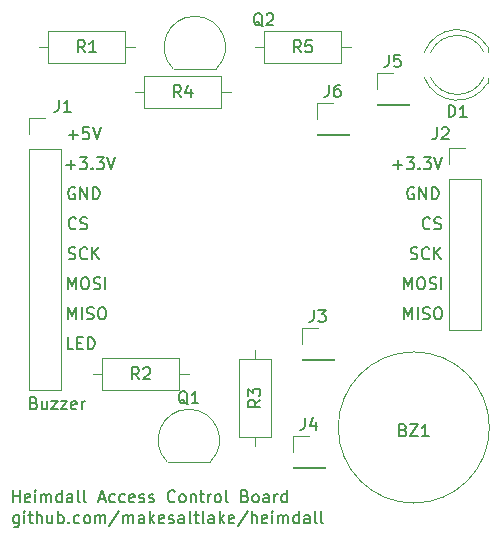
<source format=gbr>
G04 #@! TF.GenerationSoftware,KiCad,Pcbnew,5.1.8-db9833491~87~ubuntu20.04.1*
G04 #@! TF.CreationDate,2020-11-14T17:48:48-07:00*
G04 #@! TF.ProjectId,heimdall_outsideboard,6865696d-6461-46c6-9c5f-6f7574736964,01*
G04 #@! TF.SameCoordinates,Original*
G04 #@! TF.FileFunction,Legend,Top*
G04 #@! TF.FilePolarity,Positive*
%FSLAX46Y46*%
G04 Gerber Fmt 4.6, Leading zero omitted, Abs format (unit mm)*
G04 Created by KiCad (PCBNEW 5.1.8-db9833491~87~ubuntu20.04.1) date 2020-11-14 17:48:48*
%MOMM*%
%LPD*%
G01*
G04 APERTURE LIST*
%ADD10C,0.150000*%
%ADD11C,0.120000*%
%ADD12C,0.100000*%
G04 APERTURE END LIST*
D10*
X84534571Y-102560380D02*
X84534571Y-101560380D01*
X84867904Y-102274666D01*
X85201238Y-101560380D01*
X85201238Y-102560380D01*
X85677428Y-102560380D02*
X85677428Y-101560380D01*
X86106000Y-102512761D02*
X86248857Y-102560380D01*
X86486952Y-102560380D01*
X86582190Y-102512761D01*
X86629809Y-102465142D01*
X86677428Y-102369904D01*
X86677428Y-102274666D01*
X86629809Y-102179428D01*
X86582190Y-102131809D01*
X86486952Y-102084190D01*
X86296476Y-102036571D01*
X86201238Y-101988952D01*
X86153619Y-101941333D01*
X86106000Y-101846095D01*
X86106000Y-101750857D01*
X86153619Y-101655619D01*
X86201238Y-101608000D01*
X86296476Y-101560380D01*
X86534571Y-101560380D01*
X86677428Y-101608000D01*
X87296476Y-101560380D02*
X87486952Y-101560380D01*
X87582190Y-101608000D01*
X87677428Y-101703238D01*
X87725047Y-101893714D01*
X87725047Y-102227047D01*
X87677428Y-102417523D01*
X87582190Y-102512761D01*
X87486952Y-102560380D01*
X87296476Y-102560380D01*
X87201238Y-102512761D01*
X87106000Y-102417523D01*
X87058380Y-102227047D01*
X87058380Y-101893714D01*
X87106000Y-101703238D01*
X87201238Y-101608000D01*
X87296476Y-101560380D01*
X84534571Y-100020380D02*
X84534571Y-99020380D01*
X84867904Y-99734666D01*
X85201238Y-99020380D01*
X85201238Y-100020380D01*
X85867904Y-99020380D02*
X86058380Y-99020380D01*
X86153619Y-99068000D01*
X86248857Y-99163238D01*
X86296476Y-99353714D01*
X86296476Y-99687047D01*
X86248857Y-99877523D01*
X86153619Y-99972761D01*
X86058380Y-100020380D01*
X85867904Y-100020380D01*
X85772666Y-99972761D01*
X85677428Y-99877523D01*
X85629809Y-99687047D01*
X85629809Y-99353714D01*
X85677428Y-99163238D01*
X85772666Y-99068000D01*
X85867904Y-99020380D01*
X86677428Y-99972761D02*
X86820285Y-100020380D01*
X87058380Y-100020380D01*
X87153619Y-99972761D01*
X87201238Y-99925142D01*
X87248857Y-99829904D01*
X87248857Y-99734666D01*
X87201238Y-99639428D01*
X87153619Y-99591809D01*
X87058380Y-99544190D01*
X86867904Y-99496571D01*
X86772666Y-99448952D01*
X86725047Y-99401333D01*
X86677428Y-99306095D01*
X86677428Y-99210857D01*
X86725047Y-99115619D01*
X86772666Y-99068000D01*
X86867904Y-99020380D01*
X87106000Y-99020380D01*
X87248857Y-99068000D01*
X87677428Y-100020380D02*
X87677428Y-99020380D01*
X85074285Y-97432761D02*
X85217142Y-97480380D01*
X85455238Y-97480380D01*
X85550476Y-97432761D01*
X85598095Y-97385142D01*
X85645714Y-97289904D01*
X85645714Y-97194666D01*
X85598095Y-97099428D01*
X85550476Y-97051809D01*
X85455238Y-97004190D01*
X85264761Y-96956571D01*
X85169523Y-96908952D01*
X85121904Y-96861333D01*
X85074285Y-96766095D01*
X85074285Y-96670857D01*
X85121904Y-96575619D01*
X85169523Y-96528000D01*
X85264761Y-96480380D01*
X85502857Y-96480380D01*
X85645714Y-96528000D01*
X86645714Y-97385142D02*
X86598095Y-97432761D01*
X86455238Y-97480380D01*
X86360000Y-97480380D01*
X86217142Y-97432761D01*
X86121904Y-97337523D01*
X86074285Y-97242285D01*
X86026666Y-97051809D01*
X86026666Y-96908952D01*
X86074285Y-96718476D01*
X86121904Y-96623238D01*
X86217142Y-96528000D01*
X86360000Y-96480380D01*
X86455238Y-96480380D01*
X86598095Y-96528000D01*
X86645714Y-96575619D01*
X87074285Y-97480380D02*
X87074285Y-96480380D01*
X87645714Y-97480380D02*
X87217142Y-96908952D01*
X87645714Y-96480380D02*
X87074285Y-97051809D01*
X86701333Y-94845142D02*
X86653714Y-94892761D01*
X86510857Y-94940380D01*
X86415619Y-94940380D01*
X86272761Y-94892761D01*
X86177523Y-94797523D01*
X86129904Y-94702285D01*
X86082285Y-94511809D01*
X86082285Y-94368952D01*
X86129904Y-94178476D01*
X86177523Y-94083238D01*
X86272761Y-93988000D01*
X86415619Y-93940380D01*
X86510857Y-93940380D01*
X86653714Y-93988000D01*
X86701333Y-94035619D01*
X87082285Y-94892761D02*
X87225142Y-94940380D01*
X87463238Y-94940380D01*
X87558476Y-94892761D01*
X87606095Y-94845142D01*
X87653714Y-94749904D01*
X87653714Y-94654666D01*
X87606095Y-94559428D01*
X87558476Y-94511809D01*
X87463238Y-94464190D01*
X87272761Y-94416571D01*
X87177523Y-94368952D01*
X87129904Y-94321333D01*
X87082285Y-94226095D01*
X87082285Y-94130857D01*
X87129904Y-94035619D01*
X87177523Y-93988000D01*
X87272761Y-93940380D01*
X87510857Y-93940380D01*
X87653714Y-93988000D01*
X85344095Y-91448000D02*
X85248857Y-91400380D01*
X85106000Y-91400380D01*
X84963142Y-91448000D01*
X84867904Y-91543238D01*
X84820285Y-91638476D01*
X84772666Y-91828952D01*
X84772666Y-91971809D01*
X84820285Y-92162285D01*
X84867904Y-92257523D01*
X84963142Y-92352761D01*
X85106000Y-92400380D01*
X85201238Y-92400380D01*
X85344095Y-92352761D01*
X85391714Y-92305142D01*
X85391714Y-91971809D01*
X85201238Y-91971809D01*
X85820285Y-92400380D02*
X85820285Y-91400380D01*
X86391714Y-92400380D01*
X86391714Y-91400380D01*
X86867904Y-92400380D02*
X86867904Y-91400380D01*
X87106000Y-91400380D01*
X87248857Y-91448000D01*
X87344095Y-91543238D01*
X87391714Y-91638476D01*
X87439333Y-91828952D01*
X87439333Y-91971809D01*
X87391714Y-92162285D01*
X87344095Y-92257523D01*
X87248857Y-92352761D01*
X87106000Y-92400380D01*
X86867904Y-92400380D01*
X83598000Y-89479428D02*
X84359904Y-89479428D01*
X83978952Y-89860380D02*
X83978952Y-89098476D01*
X84740857Y-88860380D02*
X85359904Y-88860380D01*
X85026571Y-89241333D01*
X85169428Y-89241333D01*
X85264666Y-89288952D01*
X85312285Y-89336571D01*
X85359904Y-89431809D01*
X85359904Y-89669904D01*
X85312285Y-89765142D01*
X85264666Y-89812761D01*
X85169428Y-89860380D01*
X84883714Y-89860380D01*
X84788476Y-89812761D01*
X84740857Y-89765142D01*
X85788476Y-89765142D02*
X85836095Y-89812761D01*
X85788476Y-89860380D01*
X85740857Y-89812761D01*
X85788476Y-89765142D01*
X85788476Y-89860380D01*
X86169428Y-88860380D02*
X86788476Y-88860380D01*
X86455142Y-89241333D01*
X86598000Y-89241333D01*
X86693238Y-89288952D01*
X86740857Y-89336571D01*
X86788476Y-89431809D01*
X86788476Y-89669904D01*
X86740857Y-89765142D01*
X86693238Y-89812761D01*
X86598000Y-89860380D01*
X86312285Y-89860380D01*
X86217047Y-89812761D01*
X86169428Y-89765142D01*
X87074190Y-88860380D02*
X87407523Y-89860380D01*
X87740857Y-88860380D01*
X53189428Y-109656571D02*
X53332285Y-109704190D01*
X53379904Y-109751809D01*
X53427523Y-109847047D01*
X53427523Y-109989904D01*
X53379904Y-110085142D01*
X53332285Y-110132761D01*
X53237047Y-110180380D01*
X52856095Y-110180380D01*
X52856095Y-109180380D01*
X53189428Y-109180380D01*
X53284666Y-109228000D01*
X53332285Y-109275619D01*
X53379904Y-109370857D01*
X53379904Y-109466095D01*
X53332285Y-109561333D01*
X53284666Y-109608952D01*
X53189428Y-109656571D01*
X52856095Y-109656571D01*
X54284666Y-109513714D02*
X54284666Y-110180380D01*
X53856095Y-109513714D02*
X53856095Y-110037523D01*
X53903714Y-110132761D01*
X53998952Y-110180380D01*
X54141809Y-110180380D01*
X54237047Y-110132761D01*
X54284666Y-110085142D01*
X54665619Y-109513714D02*
X55189428Y-109513714D01*
X54665619Y-110180380D01*
X55189428Y-110180380D01*
X55475142Y-109513714D02*
X55998952Y-109513714D01*
X55475142Y-110180380D01*
X55998952Y-110180380D01*
X56760857Y-110132761D02*
X56665619Y-110180380D01*
X56475142Y-110180380D01*
X56379904Y-110132761D01*
X56332285Y-110037523D01*
X56332285Y-109656571D01*
X56379904Y-109561333D01*
X56475142Y-109513714D01*
X56665619Y-109513714D01*
X56760857Y-109561333D01*
X56808476Y-109656571D01*
X56808476Y-109751809D01*
X56332285Y-109847047D01*
X57237047Y-110180380D02*
X57237047Y-109513714D01*
X57237047Y-109704190D02*
X57284666Y-109608952D01*
X57332285Y-109561333D01*
X57427523Y-109513714D01*
X57522761Y-109513714D01*
X56507142Y-105100380D02*
X56030952Y-105100380D01*
X56030952Y-104100380D01*
X56840476Y-104576571D02*
X57173809Y-104576571D01*
X57316666Y-105100380D02*
X56840476Y-105100380D01*
X56840476Y-104100380D01*
X57316666Y-104100380D01*
X57745238Y-105100380D02*
X57745238Y-104100380D01*
X57983333Y-104100380D01*
X58126190Y-104148000D01*
X58221428Y-104243238D01*
X58269047Y-104338476D01*
X58316666Y-104528952D01*
X58316666Y-104671809D01*
X58269047Y-104862285D01*
X58221428Y-104957523D01*
X58126190Y-105052761D01*
X57983333Y-105100380D01*
X57745238Y-105100380D01*
X56086571Y-102560380D02*
X56086571Y-101560380D01*
X56419904Y-102274666D01*
X56753238Y-101560380D01*
X56753238Y-102560380D01*
X57229428Y-102560380D02*
X57229428Y-101560380D01*
X57658000Y-102512761D02*
X57800857Y-102560380D01*
X58038952Y-102560380D01*
X58134190Y-102512761D01*
X58181809Y-102465142D01*
X58229428Y-102369904D01*
X58229428Y-102274666D01*
X58181809Y-102179428D01*
X58134190Y-102131809D01*
X58038952Y-102084190D01*
X57848476Y-102036571D01*
X57753238Y-101988952D01*
X57705619Y-101941333D01*
X57658000Y-101846095D01*
X57658000Y-101750857D01*
X57705619Y-101655619D01*
X57753238Y-101608000D01*
X57848476Y-101560380D01*
X58086571Y-101560380D01*
X58229428Y-101608000D01*
X58848476Y-101560380D02*
X59038952Y-101560380D01*
X59134190Y-101608000D01*
X59229428Y-101703238D01*
X59277047Y-101893714D01*
X59277047Y-102227047D01*
X59229428Y-102417523D01*
X59134190Y-102512761D01*
X59038952Y-102560380D01*
X58848476Y-102560380D01*
X58753238Y-102512761D01*
X58658000Y-102417523D01*
X58610380Y-102227047D01*
X58610380Y-101893714D01*
X58658000Y-101703238D01*
X58753238Y-101608000D01*
X58848476Y-101560380D01*
X56086571Y-100020380D02*
X56086571Y-99020380D01*
X56419904Y-99734666D01*
X56753238Y-99020380D01*
X56753238Y-100020380D01*
X57419904Y-99020380D02*
X57610380Y-99020380D01*
X57705619Y-99068000D01*
X57800857Y-99163238D01*
X57848476Y-99353714D01*
X57848476Y-99687047D01*
X57800857Y-99877523D01*
X57705619Y-99972761D01*
X57610380Y-100020380D01*
X57419904Y-100020380D01*
X57324666Y-99972761D01*
X57229428Y-99877523D01*
X57181809Y-99687047D01*
X57181809Y-99353714D01*
X57229428Y-99163238D01*
X57324666Y-99068000D01*
X57419904Y-99020380D01*
X58229428Y-99972761D02*
X58372285Y-100020380D01*
X58610380Y-100020380D01*
X58705619Y-99972761D01*
X58753238Y-99925142D01*
X58800857Y-99829904D01*
X58800857Y-99734666D01*
X58753238Y-99639428D01*
X58705619Y-99591809D01*
X58610380Y-99544190D01*
X58419904Y-99496571D01*
X58324666Y-99448952D01*
X58277047Y-99401333D01*
X58229428Y-99306095D01*
X58229428Y-99210857D01*
X58277047Y-99115619D01*
X58324666Y-99068000D01*
X58419904Y-99020380D01*
X58658000Y-99020380D01*
X58800857Y-99068000D01*
X59229428Y-100020380D02*
X59229428Y-99020380D01*
X56118285Y-97432761D02*
X56261142Y-97480380D01*
X56499238Y-97480380D01*
X56594476Y-97432761D01*
X56642095Y-97385142D01*
X56689714Y-97289904D01*
X56689714Y-97194666D01*
X56642095Y-97099428D01*
X56594476Y-97051809D01*
X56499238Y-97004190D01*
X56308761Y-96956571D01*
X56213523Y-96908952D01*
X56165904Y-96861333D01*
X56118285Y-96766095D01*
X56118285Y-96670857D01*
X56165904Y-96575619D01*
X56213523Y-96528000D01*
X56308761Y-96480380D01*
X56546857Y-96480380D01*
X56689714Y-96528000D01*
X57689714Y-97385142D02*
X57642095Y-97432761D01*
X57499238Y-97480380D01*
X57404000Y-97480380D01*
X57261142Y-97432761D01*
X57165904Y-97337523D01*
X57118285Y-97242285D01*
X57070666Y-97051809D01*
X57070666Y-96908952D01*
X57118285Y-96718476D01*
X57165904Y-96623238D01*
X57261142Y-96528000D01*
X57404000Y-96480380D01*
X57499238Y-96480380D01*
X57642095Y-96528000D01*
X57689714Y-96575619D01*
X58118285Y-97480380D02*
X58118285Y-96480380D01*
X58689714Y-97480380D02*
X58261142Y-96908952D01*
X58689714Y-96480380D02*
X58118285Y-97051809D01*
X56729333Y-94845142D02*
X56681714Y-94892761D01*
X56538857Y-94940380D01*
X56443619Y-94940380D01*
X56300761Y-94892761D01*
X56205523Y-94797523D01*
X56157904Y-94702285D01*
X56110285Y-94511809D01*
X56110285Y-94368952D01*
X56157904Y-94178476D01*
X56205523Y-94083238D01*
X56300761Y-93988000D01*
X56443619Y-93940380D01*
X56538857Y-93940380D01*
X56681714Y-93988000D01*
X56729333Y-94035619D01*
X57110285Y-94892761D02*
X57253142Y-94940380D01*
X57491238Y-94940380D01*
X57586476Y-94892761D01*
X57634095Y-94845142D01*
X57681714Y-94749904D01*
X57681714Y-94654666D01*
X57634095Y-94559428D01*
X57586476Y-94511809D01*
X57491238Y-94464190D01*
X57300761Y-94416571D01*
X57205523Y-94368952D01*
X57157904Y-94321333D01*
X57110285Y-94226095D01*
X57110285Y-94130857D01*
X57157904Y-94035619D01*
X57205523Y-93988000D01*
X57300761Y-93940380D01*
X57538857Y-93940380D01*
X57681714Y-93988000D01*
X56642095Y-91448000D02*
X56546857Y-91400380D01*
X56404000Y-91400380D01*
X56261142Y-91448000D01*
X56165904Y-91543238D01*
X56118285Y-91638476D01*
X56070666Y-91828952D01*
X56070666Y-91971809D01*
X56118285Y-92162285D01*
X56165904Y-92257523D01*
X56261142Y-92352761D01*
X56404000Y-92400380D01*
X56499238Y-92400380D01*
X56642095Y-92352761D01*
X56689714Y-92305142D01*
X56689714Y-91971809D01*
X56499238Y-91971809D01*
X57118285Y-92400380D02*
X57118285Y-91400380D01*
X57689714Y-92400380D01*
X57689714Y-91400380D01*
X58165904Y-92400380D02*
X58165904Y-91400380D01*
X58404000Y-91400380D01*
X58546857Y-91448000D01*
X58642095Y-91543238D01*
X58689714Y-91638476D01*
X58737333Y-91828952D01*
X58737333Y-91971809D01*
X58689714Y-92162285D01*
X58642095Y-92257523D01*
X58546857Y-92352761D01*
X58404000Y-92400380D01*
X58165904Y-92400380D01*
X55912000Y-89479428D02*
X56673904Y-89479428D01*
X56292952Y-89860380D02*
X56292952Y-89098476D01*
X57054857Y-88860380D02*
X57673904Y-88860380D01*
X57340571Y-89241333D01*
X57483428Y-89241333D01*
X57578666Y-89288952D01*
X57626285Y-89336571D01*
X57673904Y-89431809D01*
X57673904Y-89669904D01*
X57626285Y-89765142D01*
X57578666Y-89812761D01*
X57483428Y-89860380D01*
X57197714Y-89860380D01*
X57102476Y-89812761D01*
X57054857Y-89765142D01*
X58102476Y-89765142D02*
X58150095Y-89812761D01*
X58102476Y-89860380D01*
X58054857Y-89812761D01*
X58102476Y-89765142D01*
X58102476Y-89860380D01*
X58483428Y-88860380D02*
X59102476Y-88860380D01*
X58769142Y-89241333D01*
X58912000Y-89241333D01*
X59007238Y-89288952D01*
X59054857Y-89336571D01*
X59102476Y-89431809D01*
X59102476Y-89669904D01*
X59054857Y-89765142D01*
X59007238Y-89812761D01*
X58912000Y-89860380D01*
X58626285Y-89860380D01*
X58531047Y-89812761D01*
X58483428Y-89765142D01*
X59388190Y-88860380D02*
X59721523Y-89860380D01*
X60054857Y-88860380D01*
X56118285Y-86939428D02*
X56880190Y-86939428D01*
X56499238Y-87320380D02*
X56499238Y-86558476D01*
X57832571Y-86320380D02*
X57356380Y-86320380D01*
X57308761Y-86796571D01*
X57356380Y-86748952D01*
X57451619Y-86701333D01*
X57689714Y-86701333D01*
X57784952Y-86748952D01*
X57832571Y-86796571D01*
X57880190Y-86891809D01*
X57880190Y-87129904D01*
X57832571Y-87225142D01*
X57784952Y-87272761D01*
X57689714Y-87320380D01*
X57451619Y-87320380D01*
X57356380Y-87272761D01*
X57308761Y-87225142D01*
X58165904Y-86320380D02*
X58499238Y-87320380D01*
X58832571Y-86320380D01*
X51396761Y-118054380D02*
X51396761Y-117054380D01*
X51396761Y-117530571D02*
X51968190Y-117530571D01*
X51968190Y-118054380D02*
X51968190Y-117054380D01*
X52825333Y-118006761D02*
X52730095Y-118054380D01*
X52539619Y-118054380D01*
X52444380Y-118006761D01*
X52396761Y-117911523D01*
X52396761Y-117530571D01*
X52444380Y-117435333D01*
X52539619Y-117387714D01*
X52730095Y-117387714D01*
X52825333Y-117435333D01*
X52872952Y-117530571D01*
X52872952Y-117625809D01*
X52396761Y-117721047D01*
X53301523Y-118054380D02*
X53301523Y-117387714D01*
X53301523Y-117054380D02*
X53253904Y-117102000D01*
X53301523Y-117149619D01*
X53349142Y-117102000D01*
X53301523Y-117054380D01*
X53301523Y-117149619D01*
X53777714Y-118054380D02*
X53777714Y-117387714D01*
X53777714Y-117482952D02*
X53825333Y-117435333D01*
X53920571Y-117387714D01*
X54063428Y-117387714D01*
X54158666Y-117435333D01*
X54206285Y-117530571D01*
X54206285Y-118054380D01*
X54206285Y-117530571D02*
X54253904Y-117435333D01*
X54349142Y-117387714D01*
X54492000Y-117387714D01*
X54587238Y-117435333D01*
X54634857Y-117530571D01*
X54634857Y-118054380D01*
X55539619Y-118054380D02*
X55539619Y-117054380D01*
X55539619Y-118006761D02*
X55444380Y-118054380D01*
X55253904Y-118054380D01*
X55158666Y-118006761D01*
X55111047Y-117959142D01*
X55063428Y-117863904D01*
X55063428Y-117578190D01*
X55111047Y-117482952D01*
X55158666Y-117435333D01*
X55253904Y-117387714D01*
X55444380Y-117387714D01*
X55539619Y-117435333D01*
X56444380Y-118054380D02*
X56444380Y-117530571D01*
X56396761Y-117435333D01*
X56301523Y-117387714D01*
X56111047Y-117387714D01*
X56015809Y-117435333D01*
X56444380Y-118006761D02*
X56349142Y-118054380D01*
X56111047Y-118054380D01*
X56015809Y-118006761D01*
X55968190Y-117911523D01*
X55968190Y-117816285D01*
X56015809Y-117721047D01*
X56111047Y-117673428D01*
X56349142Y-117673428D01*
X56444380Y-117625809D01*
X57063428Y-118054380D02*
X56968190Y-118006761D01*
X56920571Y-117911523D01*
X56920571Y-117054380D01*
X57587238Y-118054380D02*
X57492000Y-118006761D01*
X57444380Y-117911523D01*
X57444380Y-117054380D01*
X58682476Y-117768666D02*
X59158666Y-117768666D01*
X58587238Y-118054380D02*
X58920571Y-117054380D01*
X59253904Y-118054380D01*
X60015809Y-118006761D02*
X59920571Y-118054380D01*
X59730095Y-118054380D01*
X59634857Y-118006761D01*
X59587238Y-117959142D01*
X59539619Y-117863904D01*
X59539619Y-117578190D01*
X59587238Y-117482952D01*
X59634857Y-117435333D01*
X59730095Y-117387714D01*
X59920571Y-117387714D01*
X60015809Y-117435333D01*
X60872952Y-118006761D02*
X60777714Y-118054380D01*
X60587238Y-118054380D01*
X60492000Y-118006761D01*
X60444380Y-117959142D01*
X60396761Y-117863904D01*
X60396761Y-117578190D01*
X60444380Y-117482952D01*
X60492000Y-117435333D01*
X60587238Y-117387714D01*
X60777714Y-117387714D01*
X60872952Y-117435333D01*
X61682476Y-118006761D02*
X61587238Y-118054380D01*
X61396761Y-118054380D01*
X61301523Y-118006761D01*
X61253904Y-117911523D01*
X61253904Y-117530571D01*
X61301523Y-117435333D01*
X61396761Y-117387714D01*
X61587238Y-117387714D01*
X61682476Y-117435333D01*
X61730095Y-117530571D01*
X61730095Y-117625809D01*
X61253904Y-117721047D01*
X62111047Y-118006761D02*
X62206285Y-118054380D01*
X62396761Y-118054380D01*
X62491999Y-118006761D01*
X62539619Y-117911523D01*
X62539619Y-117863904D01*
X62491999Y-117768666D01*
X62396761Y-117721047D01*
X62253904Y-117721047D01*
X62158666Y-117673428D01*
X62111047Y-117578190D01*
X62111047Y-117530571D01*
X62158666Y-117435333D01*
X62253904Y-117387714D01*
X62396761Y-117387714D01*
X62491999Y-117435333D01*
X62920571Y-118006761D02*
X63015809Y-118054380D01*
X63206285Y-118054380D01*
X63301523Y-118006761D01*
X63349142Y-117911523D01*
X63349142Y-117863904D01*
X63301523Y-117768666D01*
X63206285Y-117721047D01*
X63063428Y-117721047D01*
X62968190Y-117673428D01*
X62920571Y-117578190D01*
X62920571Y-117530571D01*
X62968190Y-117435333D01*
X63063428Y-117387714D01*
X63206285Y-117387714D01*
X63301523Y-117435333D01*
X65111047Y-117959142D02*
X65063428Y-118006761D01*
X64920571Y-118054380D01*
X64825333Y-118054380D01*
X64682476Y-118006761D01*
X64587238Y-117911523D01*
X64539619Y-117816285D01*
X64491999Y-117625809D01*
X64491999Y-117482952D01*
X64539619Y-117292476D01*
X64587238Y-117197238D01*
X64682476Y-117102000D01*
X64825333Y-117054380D01*
X64920571Y-117054380D01*
X65063428Y-117102000D01*
X65111047Y-117149619D01*
X65682476Y-118054380D02*
X65587238Y-118006761D01*
X65539619Y-117959142D01*
X65491999Y-117863904D01*
X65491999Y-117578190D01*
X65539619Y-117482952D01*
X65587238Y-117435333D01*
X65682476Y-117387714D01*
X65825333Y-117387714D01*
X65920571Y-117435333D01*
X65968190Y-117482952D01*
X66015809Y-117578190D01*
X66015809Y-117863904D01*
X65968190Y-117959142D01*
X65920571Y-118006761D01*
X65825333Y-118054380D01*
X65682476Y-118054380D01*
X66444380Y-117387714D02*
X66444380Y-118054380D01*
X66444380Y-117482952D02*
X66491999Y-117435333D01*
X66587238Y-117387714D01*
X66730095Y-117387714D01*
X66825333Y-117435333D01*
X66872952Y-117530571D01*
X66872952Y-118054380D01*
X67206285Y-117387714D02*
X67587238Y-117387714D01*
X67349142Y-117054380D02*
X67349142Y-117911523D01*
X67396761Y-118006761D01*
X67492000Y-118054380D01*
X67587238Y-118054380D01*
X67920571Y-118054380D02*
X67920571Y-117387714D01*
X67920571Y-117578190D02*
X67968190Y-117482952D01*
X68015809Y-117435333D01*
X68111047Y-117387714D01*
X68206285Y-117387714D01*
X68682476Y-118054380D02*
X68587238Y-118006761D01*
X68539619Y-117959142D01*
X68492000Y-117863904D01*
X68492000Y-117578190D01*
X68539619Y-117482952D01*
X68587238Y-117435333D01*
X68682476Y-117387714D01*
X68825333Y-117387714D01*
X68920571Y-117435333D01*
X68968190Y-117482952D01*
X69015809Y-117578190D01*
X69015809Y-117863904D01*
X68968190Y-117959142D01*
X68920571Y-118006761D01*
X68825333Y-118054380D01*
X68682476Y-118054380D01*
X69587238Y-118054380D02*
X69492000Y-118006761D01*
X69444380Y-117911523D01*
X69444380Y-117054380D01*
X71063428Y-117530571D02*
X71206285Y-117578190D01*
X71253904Y-117625809D01*
X71301523Y-117721047D01*
X71301523Y-117863904D01*
X71253904Y-117959142D01*
X71206285Y-118006761D01*
X71111047Y-118054380D01*
X70730095Y-118054380D01*
X70730095Y-117054380D01*
X71063428Y-117054380D01*
X71158666Y-117102000D01*
X71206285Y-117149619D01*
X71253904Y-117244857D01*
X71253904Y-117340095D01*
X71206285Y-117435333D01*
X71158666Y-117482952D01*
X71063428Y-117530571D01*
X70730095Y-117530571D01*
X71872952Y-118054380D02*
X71777714Y-118006761D01*
X71730095Y-117959142D01*
X71682476Y-117863904D01*
X71682476Y-117578190D01*
X71730095Y-117482952D01*
X71777714Y-117435333D01*
X71872952Y-117387714D01*
X72015809Y-117387714D01*
X72111047Y-117435333D01*
X72158666Y-117482952D01*
X72206285Y-117578190D01*
X72206285Y-117863904D01*
X72158666Y-117959142D01*
X72111047Y-118006761D01*
X72015809Y-118054380D01*
X71872952Y-118054380D01*
X73063428Y-118054380D02*
X73063428Y-117530571D01*
X73015809Y-117435333D01*
X72920571Y-117387714D01*
X72730095Y-117387714D01*
X72634857Y-117435333D01*
X73063428Y-118006761D02*
X72968190Y-118054380D01*
X72730095Y-118054380D01*
X72634857Y-118006761D01*
X72587238Y-117911523D01*
X72587238Y-117816285D01*
X72634857Y-117721047D01*
X72730095Y-117673428D01*
X72968190Y-117673428D01*
X73063428Y-117625809D01*
X73539619Y-118054380D02*
X73539619Y-117387714D01*
X73539619Y-117578190D02*
X73587238Y-117482952D01*
X73634857Y-117435333D01*
X73730095Y-117387714D01*
X73825333Y-117387714D01*
X74587238Y-118054380D02*
X74587238Y-117054380D01*
X74587238Y-118006761D02*
X74491999Y-118054380D01*
X74301523Y-118054380D01*
X74206285Y-118006761D01*
X74158666Y-117959142D01*
X74111047Y-117863904D01*
X74111047Y-117578190D01*
X74158666Y-117482952D01*
X74206285Y-117435333D01*
X74301523Y-117387714D01*
X74491999Y-117387714D01*
X74587238Y-117435333D01*
X51896952Y-119165714D02*
X51896952Y-119975238D01*
X51849333Y-120070476D01*
X51801714Y-120118095D01*
X51706476Y-120165714D01*
X51563619Y-120165714D01*
X51468380Y-120118095D01*
X51896952Y-119784761D02*
X51801714Y-119832380D01*
X51611238Y-119832380D01*
X51515999Y-119784761D01*
X51468380Y-119737142D01*
X51420761Y-119641904D01*
X51420761Y-119356190D01*
X51468380Y-119260952D01*
X51515999Y-119213333D01*
X51611238Y-119165714D01*
X51801714Y-119165714D01*
X51896952Y-119213333D01*
X52373142Y-119832380D02*
X52373142Y-119165714D01*
X52373142Y-118832380D02*
X52325523Y-118880000D01*
X52373142Y-118927619D01*
X52420761Y-118880000D01*
X52373142Y-118832380D01*
X52373142Y-118927619D01*
X52706476Y-119165714D02*
X53087428Y-119165714D01*
X52849333Y-118832380D02*
X52849333Y-119689523D01*
X52896952Y-119784761D01*
X52992190Y-119832380D01*
X53087428Y-119832380D01*
X53420761Y-119832380D02*
X53420761Y-118832380D01*
X53849333Y-119832380D02*
X53849333Y-119308571D01*
X53801714Y-119213333D01*
X53706476Y-119165714D01*
X53563619Y-119165714D01*
X53468380Y-119213333D01*
X53420761Y-119260952D01*
X54754095Y-119165714D02*
X54754095Y-119832380D01*
X54325523Y-119165714D02*
X54325523Y-119689523D01*
X54373142Y-119784761D01*
X54468380Y-119832380D01*
X54611238Y-119832380D01*
X54706476Y-119784761D01*
X54754095Y-119737142D01*
X55230285Y-119832380D02*
X55230285Y-118832380D01*
X55230285Y-119213333D02*
X55325523Y-119165714D01*
X55515999Y-119165714D01*
X55611238Y-119213333D01*
X55658857Y-119260952D01*
X55706476Y-119356190D01*
X55706476Y-119641904D01*
X55658857Y-119737142D01*
X55611238Y-119784761D01*
X55515999Y-119832380D01*
X55325523Y-119832380D01*
X55230285Y-119784761D01*
X56135047Y-119737142D02*
X56182666Y-119784761D01*
X56135047Y-119832380D01*
X56087428Y-119784761D01*
X56135047Y-119737142D01*
X56135047Y-119832380D01*
X57039809Y-119784761D02*
X56944571Y-119832380D01*
X56754095Y-119832380D01*
X56658857Y-119784761D01*
X56611238Y-119737142D01*
X56563619Y-119641904D01*
X56563619Y-119356190D01*
X56611238Y-119260952D01*
X56658857Y-119213333D01*
X56754095Y-119165714D01*
X56944571Y-119165714D01*
X57039809Y-119213333D01*
X57611238Y-119832380D02*
X57515999Y-119784761D01*
X57468380Y-119737142D01*
X57420761Y-119641904D01*
X57420761Y-119356190D01*
X57468380Y-119260952D01*
X57515999Y-119213333D01*
X57611238Y-119165714D01*
X57754095Y-119165714D01*
X57849333Y-119213333D01*
X57896952Y-119260952D01*
X57944571Y-119356190D01*
X57944571Y-119641904D01*
X57896952Y-119737142D01*
X57849333Y-119784761D01*
X57754095Y-119832380D01*
X57611238Y-119832380D01*
X58373142Y-119832380D02*
X58373142Y-119165714D01*
X58373142Y-119260952D02*
X58420761Y-119213333D01*
X58515999Y-119165714D01*
X58658857Y-119165714D01*
X58754095Y-119213333D01*
X58801714Y-119308571D01*
X58801714Y-119832380D01*
X58801714Y-119308571D02*
X58849333Y-119213333D01*
X58944571Y-119165714D01*
X59087428Y-119165714D01*
X59182666Y-119213333D01*
X59230285Y-119308571D01*
X59230285Y-119832380D01*
X60420761Y-118784761D02*
X59563619Y-120070476D01*
X60754095Y-119832380D02*
X60754095Y-119165714D01*
X60754095Y-119260952D02*
X60801714Y-119213333D01*
X60896952Y-119165714D01*
X61039809Y-119165714D01*
X61135047Y-119213333D01*
X61182666Y-119308571D01*
X61182666Y-119832380D01*
X61182666Y-119308571D02*
X61230285Y-119213333D01*
X61325523Y-119165714D01*
X61468380Y-119165714D01*
X61563619Y-119213333D01*
X61611238Y-119308571D01*
X61611238Y-119832380D01*
X62515999Y-119832380D02*
X62515999Y-119308571D01*
X62468380Y-119213333D01*
X62373142Y-119165714D01*
X62182666Y-119165714D01*
X62087428Y-119213333D01*
X62515999Y-119784761D02*
X62420761Y-119832380D01*
X62182666Y-119832380D01*
X62087428Y-119784761D01*
X62039809Y-119689523D01*
X62039809Y-119594285D01*
X62087428Y-119499047D01*
X62182666Y-119451428D01*
X62420761Y-119451428D01*
X62515999Y-119403809D01*
X62992190Y-119832380D02*
X62992190Y-118832380D01*
X63087428Y-119451428D02*
X63373142Y-119832380D01*
X63373142Y-119165714D02*
X62992190Y-119546666D01*
X64182666Y-119784761D02*
X64087428Y-119832380D01*
X63896952Y-119832380D01*
X63801714Y-119784761D01*
X63754095Y-119689523D01*
X63754095Y-119308571D01*
X63801714Y-119213333D01*
X63896952Y-119165714D01*
X64087428Y-119165714D01*
X64182666Y-119213333D01*
X64230285Y-119308571D01*
X64230285Y-119403809D01*
X63754095Y-119499047D01*
X64611238Y-119784761D02*
X64706476Y-119832380D01*
X64896952Y-119832380D01*
X64992190Y-119784761D01*
X65039809Y-119689523D01*
X65039809Y-119641904D01*
X64992190Y-119546666D01*
X64896952Y-119499047D01*
X64754095Y-119499047D01*
X64658857Y-119451428D01*
X64611238Y-119356190D01*
X64611238Y-119308571D01*
X64658857Y-119213333D01*
X64754095Y-119165714D01*
X64896952Y-119165714D01*
X64992190Y-119213333D01*
X65896952Y-119832380D02*
X65896952Y-119308571D01*
X65849333Y-119213333D01*
X65754095Y-119165714D01*
X65563619Y-119165714D01*
X65468380Y-119213333D01*
X65896952Y-119784761D02*
X65801714Y-119832380D01*
X65563619Y-119832380D01*
X65468380Y-119784761D01*
X65420761Y-119689523D01*
X65420761Y-119594285D01*
X65468380Y-119499047D01*
X65563619Y-119451428D01*
X65801714Y-119451428D01*
X65896952Y-119403809D01*
X66515999Y-119832380D02*
X66420761Y-119784761D01*
X66373142Y-119689523D01*
X66373142Y-118832380D01*
X66754095Y-119165714D02*
X67135047Y-119165714D01*
X66896952Y-118832380D02*
X66896952Y-119689523D01*
X66944571Y-119784761D01*
X67039809Y-119832380D01*
X67135047Y-119832380D01*
X67611238Y-119832380D02*
X67516000Y-119784761D01*
X67468380Y-119689523D01*
X67468380Y-118832380D01*
X68420761Y-119832380D02*
X68420761Y-119308571D01*
X68373142Y-119213333D01*
X68277904Y-119165714D01*
X68087428Y-119165714D01*
X67992190Y-119213333D01*
X68420761Y-119784761D02*
X68325523Y-119832380D01*
X68087428Y-119832380D01*
X67992190Y-119784761D01*
X67944571Y-119689523D01*
X67944571Y-119594285D01*
X67992190Y-119499047D01*
X68087428Y-119451428D01*
X68325523Y-119451428D01*
X68420761Y-119403809D01*
X68896952Y-119832380D02*
X68896952Y-118832380D01*
X68992190Y-119451428D02*
X69277904Y-119832380D01*
X69277904Y-119165714D02*
X68896952Y-119546666D01*
X70087428Y-119784761D02*
X69992190Y-119832380D01*
X69801714Y-119832380D01*
X69706476Y-119784761D01*
X69658857Y-119689523D01*
X69658857Y-119308571D01*
X69706476Y-119213333D01*
X69801714Y-119165714D01*
X69992190Y-119165714D01*
X70087428Y-119213333D01*
X70135047Y-119308571D01*
X70135047Y-119403809D01*
X69658857Y-119499047D01*
X71277904Y-118784761D02*
X70420761Y-120070476D01*
X71611238Y-119832380D02*
X71611238Y-118832380D01*
X72039809Y-119832380D02*
X72039809Y-119308571D01*
X71992190Y-119213333D01*
X71896952Y-119165714D01*
X71754095Y-119165714D01*
X71658857Y-119213333D01*
X71611238Y-119260952D01*
X72896952Y-119784761D02*
X72801714Y-119832380D01*
X72611238Y-119832380D01*
X72516000Y-119784761D01*
X72468380Y-119689523D01*
X72468380Y-119308571D01*
X72516000Y-119213333D01*
X72611238Y-119165714D01*
X72801714Y-119165714D01*
X72896952Y-119213333D01*
X72944571Y-119308571D01*
X72944571Y-119403809D01*
X72468380Y-119499047D01*
X73373142Y-119832380D02*
X73373142Y-119165714D01*
X73373142Y-118832380D02*
X73325523Y-118880000D01*
X73373142Y-118927619D01*
X73420761Y-118880000D01*
X73373142Y-118832380D01*
X73373142Y-118927619D01*
X73849333Y-119832380D02*
X73849333Y-119165714D01*
X73849333Y-119260952D02*
X73896952Y-119213333D01*
X73992190Y-119165714D01*
X74135047Y-119165714D01*
X74230285Y-119213333D01*
X74277904Y-119308571D01*
X74277904Y-119832380D01*
X74277904Y-119308571D02*
X74325523Y-119213333D01*
X74420761Y-119165714D01*
X74563619Y-119165714D01*
X74658857Y-119213333D01*
X74706476Y-119308571D01*
X74706476Y-119832380D01*
X75611238Y-119832380D02*
X75611238Y-118832380D01*
X75611238Y-119784761D02*
X75516000Y-119832380D01*
X75325523Y-119832380D01*
X75230285Y-119784761D01*
X75182666Y-119737142D01*
X75135047Y-119641904D01*
X75135047Y-119356190D01*
X75182666Y-119260952D01*
X75230285Y-119213333D01*
X75325523Y-119165714D01*
X75516000Y-119165714D01*
X75611238Y-119213333D01*
X76516000Y-119832380D02*
X76516000Y-119308571D01*
X76468380Y-119213333D01*
X76373142Y-119165714D01*
X76182666Y-119165714D01*
X76087428Y-119213333D01*
X76516000Y-119784761D02*
X76420761Y-119832380D01*
X76182666Y-119832380D01*
X76087428Y-119784761D01*
X76039809Y-119689523D01*
X76039809Y-119594285D01*
X76087428Y-119499047D01*
X76182666Y-119451428D01*
X76420761Y-119451428D01*
X76516000Y-119403809D01*
X77135047Y-119832380D02*
X77039809Y-119784761D01*
X76992190Y-119689523D01*
X76992190Y-118832380D01*
X77658857Y-119832380D02*
X77563619Y-119784761D01*
X77515999Y-119689523D01*
X77515999Y-118832380D01*
D11*
G04 #@! TO.C,Q1*
X64494000Y-114626000D02*
X68094000Y-114626000D01*
X68132478Y-114614478D02*
G75*
G03*
X66294000Y-110176000I-1838478J1838478D01*
G01*
X64455522Y-114614478D02*
G75*
G02*
X66294000Y-110176000I1838478J1838478D01*
G01*
G04 #@! TO.C,J6*
X77156000Y-84268000D02*
X78486000Y-84268000D01*
X77156000Y-85598000D02*
X77156000Y-84268000D01*
X77156000Y-86868000D02*
X79816000Y-86868000D01*
X79816000Y-86868000D02*
X79816000Y-86928000D01*
X77156000Y-86868000D02*
X77156000Y-86928000D01*
X77156000Y-86928000D02*
X79816000Y-86928000D01*
G04 #@! TO.C,J5*
X82236000Y-81728000D02*
X83566000Y-81728000D01*
X82236000Y-83058000D02*
X82236000Y-81728000D01*
X82236000Y-84328000D02*
X84896000Y-84328000D01*
X84896000Y-84328000D02*
X84896000Y-84388000D01*
X82236000Y-84328000D02*
X82236000Y-84388000D01*
X82236000Y-84388000D02*
X84896000Y-84388000D01*
G04 #@! TO.C,J4*
X75124000Y-112462000D02*
X76454000Y-112462000D01*
X75124000Y-113792000D02*
X75124000Y-112462000D01*
X75124000Y-115062000D02*
X77784000Y-115062000D01*
X77784000Y-115062000D02*
X77784000Y-115122000D01*
X75124000Y-115062000D02*
X75124000Y-115122000D01*
X75124000Y-115122000D02*
X77784000Y-115122000D01*
G04 #@! TO.C,J3*
X75886000Y-103318000D02*
X77216000Y-103318000D01*
X75886000Y-104648000D02*
X75886000Y-103318000D01*
X75886000Y-105918000D02*
X78546000Y-105918000D01*
X78546000Y-105918000D02*
X78546000Y-105978000D01*
X75886000Y-105918000D02*
X75886000Y-105978000D01*
X75886000Y-105978000D02*
X78546000Y-105978000D01*
G04 #@! TO.C,J1*
X52772000Y-85538000D02*
X54102000Y-85538000D01*
X52772000Y-86868000D02*
X52772000Y-85538000D01*
X52772000Y-88138000D02*
X55432000Y-88138000D01*
X55432000Y-88138000D02*
X55432000Y-108518000D01*
X52772000Y-88138000D02*
X52772000Y-108518000D01*
X52772000Y-108518000D02*
X55432000Y-108518000D01*
D12*
G04 #@! TO.C,BZ1*
X91744000Y-111720000D02*
G75*
G03*
X91744000Y-111720000I-6400000J0D01*
G01*
D11*
G04 #@! TO.C,J2*
X88332000Y-88078000D02*
X89662000Y-88078000D01*
X88332000Y-89408000D02*
X88332000Y-88078000D01*
X88332000Y-90678000D02*
X90992000Y-90678000D01*
X90992000Y-90678000D02*
X90992000Y-103438000D01*
X88332000Y-90678000D02*
X88332000Y-103438000D01*
X88332000Y-103438000D02*
X90992000Y-103438000D01*
G04 #@! TO.C,Q2*
X65002000Y-81352000D02*
X68602000Y-81352000D01*
X64963522Y-81340478D02*
G75*
G02*
X66802000Y-76902000I1838478J1838478D01*
G01*
X68640478Y-81340478D02*
G75*
G03*
X66802000Y-76902000I-1838478J1838478D01*
G01*
G04 #@! TO.C,R1*
X60928000Y-80872000D02*
X60928000Y-78132000D01*
X60928000Y-78132000D02*
X54388000Y-78132000D01*
X54388000Y-78132000D02*
X54388000Y-80872000D01*
X54388000Y-80872000D02*
X60928000Y-80872000D01*
X61698000Y-79502000D02*
X60928000Y-79502000D01*
X53618000Y-79502000D02*
X54388000Y-79502000D01*
G04 #@! TO.C,R2*
X66270000Y-107188000D02*
X65500000Y-107188000D01*
X58190000Y-107188000D02*
X58960000Y-107188000D01*
X65500000Y-105818000D02*
X58960000Y-105818000D01*
X65500000Y-108558000D02*
X65500000Y-105818000D01*
X58960000Y-108558000D02*
X65500000Y-108558000D01*
X58960000Y-105818000D02*
X58960000Y-108558000D01*
G04 #@! TO.C,R3*
X71882000Y-105180000D02*
X71882000Y-105950000D01*
X71882000Y-113260000D02*
X71882000Y-112490000D01*
X70512000Y-105950000D02*
X70512000Y-112490000D01*
X73252000Y-105950000D02*
X70512000Y-105950000D01*
X73252000Y-112490000D02*
X73252000Y-105950000D01*
X70512000Y-112490000D02*
X73252000Y-112490000D01*
G04 #@! TO.C,R4*
X62516000Y-81942000D02*
X62516000Y-84682000D01*
X62516000Y-84682000D02*
X69056000Y-84682000D01*
X69056000Y-84682000D02*
X69056000Y-81942000D01*
X69056000Y-81942000D02*
X62516000Y-81942000D01*
X61746000Y-83312000D02*
X62516000Y-83312000D01*
X69826000Y-83312000D02*
X69056000Y-83312000D01*
G04 #@! TO.C,R5*
X79986000Y-79502000D02*
X79216000Y-79502000D01*
X71906000Y-79502000D02*
X72676000Y-79502000D01*
X79216000Y-78132000D02*
X72676000Y-78132000D01*
X79216000Y-80872000D02*
X79216000Y-78132000D01*
X72676000Y-80872000D02*
X79216000Y-80872000D01*
X72676000Y-78132000D02*
X72676000Y-80872000D01*
G04 #@! TO.C,D1*
X91587000Y-79946000D02*
X91587000Y-79481000D01*
X91587000Y-82571000D02*
X91587000Y-82106000D01*
X86239185Y-82106827D02*
G75*
G03*
X91587000Y-82570830I2787815J1080827D01*
G01*
X86239185Y-79945173D02*
G75*
G02*
X91587000Y-79481170I2787815J-1080827D01*
G01*
X86772521Y-82106429D02*
G75*
G03*
X91281684Y-82106000I2254479J1080429D01*
G01*
X86772521Y-79945571D02*
G75*
G02*
X91281684Y-79946000I2254479J-1080429D01*
G01*
G04 #@! TO.C,Q1*
D10*
X66198761Y-109763619D02*
X66103523Y-109716000D01*
X66008285Y-109620761D01*
X65865428Y-109477904D01*
X65770190Y-109430285D01*
X65674952Y-109430285D01*
X65722571Y-109668380D02*
X65627333Y-109620761D01*
X65532095Y-109525523D01*
X65484476Y-109335047D01*
X65484476Y-109001714D01*
X65532095Y-108811238D01*
X65627333Y-108716000D01*
X65722571Y-108668380D01*
X65913047Y-108668380D01*
X66008285Y-108716000D01*
X66103523Y-108811238D01*
X66151142Y-109001714D01*
X66151142Y-109335047D01*
X66103523Y-109525523D01*
X66008285Y-109620761D01*
X65913047Y-109668380D01*
X65722571Y-109668380D01*
X67103523Y-109668380D02*
X66532095Y-109668380D01*
X66817809Y-109668380D02*
X66817809Y-108668380D01*
X66722571Y-108811238D01*
X66627333Y-108906476D01*
X66532095Y-108954095D01*
G04 #@! TO.C,J6*
X78152666Y-82720380D02*
X78152666Y-83434666D01*
X78105047Y-83577523D01*
X78009809Y-83672761D01*
X77866952Y-83720380D01*
X77771714Y-83720380D01*
X79057428Y-82720380D02*
X78866952Y-82720380D01*
X78771714Y-82768000D01*
X78724095Y-82815619D01*
X78628857Y-82958476D01*
X78581238Y-83148952D01*
X78581238Y-83529904D01*
X78628857Y-83625142D01*
X78676476Y-83672761D01*
X78771714Y-83720380D01*
X78962190Y-83720380D01*
X79057428Y-83672761D01*
X79105047Y-83625142D01*
X79152666Y-83529904D01*
X79152666Y-83291809D01*
X79105047Y-83196571D01*
X79057428Y-83148952D01*
X78962190Y-83101333D01*
X78771714Y-83101333D01*
X78676476Y-83148952D01*
X78628857Y-83196571D01*
X78581238Y-83291809D01*
G04 #@! TO.C,J5*
X83232666Y-80180380D02*
X83232666Y-80894666D01*
X83185047Y-81037523D01*
X83089809Y-81132761D01*
X82946952Y-81180380D01*
X82851714Y-81180380D01*
X84185047Y-80180380D02*
X83708857Y-80180380D01*
X83661238Y-80656571D01*
X83708857Y-80608952D01*
X83804095Y-80561333D01*
X84042190Y-80561333D01*
X84137428Y-80608952D01*
X84185047Y-80656571D01*
X84232666Y-80751809D01*
X84232666Y-80989904D01*
X84185047Y-81085142D01*
X84137428Y-81132761D01*
X84042190Y-81180380D01*
X83804095Y-81180380D01*
X83708857Y-81132761D01*
X83661238Y-81085142D01*
G04 #@! TO.C,J4*
X76120666Y-110914380D02*
X76120666Y-111628666D01*
X76073047Y-111771523D01*
X75977809Y-111866761D01*
X75834952Y-111914380D01*
X75739714Y-111914380D01*
X77025428Y-111247714D02*
X77025428Y-111914380D01*
X76787333Y-110866761D02*
X76549238Y-111581047D01*
X77168285Y-111581047D01*
G04 #@! TO.C,J3*
X76882666Y-101770380D02*
X76882666Y-102484666D01*
X76835047Y-102627523D01*
X76739809Y-102722761D01*
X76596952Y-102770380D01*
X76501714Y-102770380D01*
X77263619Y-101770380D02*
X77882666Y-101770380D01*
X77549333Y-102151333D01*
X77692190Y-102151333D01*
X77787428Y-102198952D01*
X77835047Y-102246571D01*
X77882666Y-102341809D01*
X77882666Y-102579904D01*
X77835047Y-102675142D01*
X77787428Y-102722761D01*
X77692190Y-102770380D01*
X77406476Y-102770380D01*
X77311238Y-102722761D01*
X77263619Y-102675142D01*
G04 #@! TO.C,J1*
X55292666Y-83990380D02*
X55292666Y-84704666D01*
X55245047Y-84847523D01*
X55149809Y-84942761D01*
X55006952Y-84990380D01*
X54911714Y-84990380D01*
X56292666Y-84990380D02*
X55721238Y-84990380D01*
X56006952Y-84990380D02*
X56006952Y-83990380D01*
X55911714Y-84133238D01*
X55816476Y-84228476D01*
X55721238Y-84276095D01*
G04 #@! TO.C,BZ1*
X84463047Y-111942571D02*
X84605904Y-111990190D01*
X84653523Y-112037809D01*
X84701142Y-112133047D01*
X84701142Y-112275904D01*
X84653523Y-112371142D01*
X84605904Y-112418761D01*
X84510666Y-112466380D01*
X84129714Y-112466380D01*
X84129714Y-111466380D01*
X84463047Y-111466380D01*
X84558285Y-111514000D01*
X84605904Y-111561619D01*
X84653523Y-111656857D01*
X84653523Y-111752095D01*
X84605904Y-111847333D01*
X84558285Y-111894952D01*
X84463047Y-111942571D01*
X84129714Y-111942571D01*
X85034476Y-111466380D02*
X85701142Y-111466380D01*
X85034476Y-112466380D01*
X85701142Y-112466380D01*
X86605904Y-112466380D02*
X86034476Y-112466380D01*
X86320190Y-112466380D02*
X86320190Y-111466380D01*
X86224952Y-111609238D01*
X86129714Y-111704476D01*
X86034476Y-111752095D01*
G04 #@! TO.C,J2*
X87296666Y-86320380D02*
X87296666Y-87034666D01*
X87249047Y-87177523D01*
X87153809Y-87272761D01*
X87010952Y-87320380D01*
X86915714Y-87320380D01*
X87725238Y-86415619D02*
X87772857Y-86368000D01*
X87868095Y-86320380D01*
X88106190Y-86320380D01*
X88201428Y-86368000D01*
X88249047Y-86415619D01*
X88296666Y-86510857D01*
X88296666Y-86606095D01*
X88249047Y-86748952D01*
X87677619Y-87320380D01*
X88296666Y-87320380D01*
G04 #@! TO.C,Q2*
X72548761Y-77763619D02*
X72453523Y-77716000D01*
X72358285Y-77620761D01*
X72215428Y-77477904D01*
X72120190Y-77430285D01*
X72024952Y-77430285D01*
X72072571Y-77668380D02*
X71977333Y-77620761D01*
X71882095Y-77525523D01*
X71834476Y-77335047D01*
X71834476Y-77001714D01*
X71882095Y-76811238D01*
X71977333Y-76716000D01*
X72072571Y-76668380D01*
X72263047Y-76668380D01*
X72358285Y-76716000D01*
X72453523Y-76811238D01*
X72501142Y-77001714D01*
X72501142Y-77335047D01*
X72453523Y-77525523D01*
X72358285Y-77620761D01*
X72263047Y-77668380D01*
X72072571Y-77668380D01*
X72882095Y-76763619D02*
X72929714Y-76716000D01*
X73024952Y-76668380D01*
X73263047Y-76668380D01*
X73358285Y-76716000D01*
X73405904Y-76763619D01*
X73453523Y-76858857D01*
X73453523Y-76954095D01*
X73405904Y-77096952D01*
X72834476Y-77668380D01*
X73453523Y-77668380D01*
G04 #@! TO.C,R1*
X57491333Y-79954380D02*
X57158000Y-79478190D01*
X56919904Y-79954380D02*
X56919904Y-78954380D01*
X57300857Y-78954380D01*
X57396095Y-79002000D01*
X57443714Y-79049619D01*
X57491333Y-79144857D01*
X57491333Y-79287714D01*
X57443714Y-79382952D01*
X57396095Y-79430571D01*
X57300857Y-79478190D01*
X56919904Y-79478190D01*
X58443714Y-79954380D02*
X57872285Y-79954380D01*
X58158000Y-79954380D02*
X58158000Y-78954380D01*
X58062761Y-79097238D01*
X57967523Y-79192476D01*
X57872285Y-79240095D01*
G04 #@! TO.C,R2*
X62063333Y-107640380D02*
X61730000Y-107164190D01*
X61491904Y-107640380D02*
X61491904Y-106640380D01*
X61872857Y-106640380D01*
X61968095Y-106688000D01*
X62015714Y-106735619D01*
X62063333Y-106830857D01*
X62063333Y-106973714D01*
X62015714Y-107068952D01*
X61968095Y-107116571D01*
X61872857Y-107164190D01*
X61491904Y-107164190D01*
X62444285Y-106735619D02*
X62491904Y-106688000D01*
X62587142Y-106640380D01*
X62825238Y-106640380D01*
X62920476Y-106688000D01*
X62968095Y-106735619D01*
X63015714Y-106830857D01*
X63015714Y-106926095D01*
X62968095Y-107068952D01*
X62396666Y-107640380D01*
X63015714Y-107640380D01*
G04 #@! TO.C,R3*
X72334380Y-109386666D02*
X71858190Y-109720000D01*
X72334380Y-109958095D02*
X71334380Y-109958095D01*
X71334380Y-109577142D01*
X71382000Y-109481904D01*
X71429619Y-109434285D01*
X71524857Y-109386666D01*
X71667714Y-109386666D01*
X71762952Y-109434285D01*
X71810571Y-109481904D01*
X71858190Y-109577142D01*
X71858190Y-109958095D01*
X71334380Y-109053333D02*
X71334380Y-108434285D01*
X71715333Y-108767619D01*
X71715333Y-108624761D01*
X71762952Y-108529523D01*
X71810571Y-108481904D01*
X71905809Y-108434285D01*
X72143904Y-108434285D01*
X72239142Y-108481904D01*
X72286761Y-108529523D01*
X72334380Y-108624761D01*
X72334380Y-108910476D01*
X72286761Y-109005714D01*
X72239142Y-109053333D01*
G04 #@! TO.C,R4*
X65619333Y-83764380D02*
X65286000Y-83288190D01*
X65047904Y-83764380D02*
X65047904Y-82764380D01*
X65428857Y-82764380D01*
X65524095Y-82812000D01*
X65571714Y-82859619D01*
X65619333Y-82954857D01*
X65619333Y-83097714D01*
X65571714Y-83192952D01*
X65524095Y-83240571D01*
X65428857Y-83288190D01*
X65047904Y-83288190D01*
X66476476Y-83097714D02*
X66476476Y-83764380D01*
X66238380Y-82716761D02*
X66000285Y-83431047D01*
X66619333Y-83431047D01*
G04 #@! TO.C,R5*
X75779333Y-79954380D02*
X75446000Y-79478190D01*
X75207904Y-79954380D02*
X75207904Y-78954380D01*
X75588857Y-78954380D01*
X75684095Y-79002000D01*
X75731714Y-79049619D01*
X75779333Y-79144857D01*
X75779333Y-79287714D01*
X75731714Y-79382952D01*
X75684095Y-79430571D01*
X75588857Y-79478190D01*
X75207904Y-79478190D01*
X76684095Y-78954380D02*
X76207904Y-78954380D01*
X76160285Y-79430571D01*
X76207904Y-79382952D01*
X76303142Y-79335333D01*
X76541238Y-79335333D01*
X76636476Y-79382952D01*
X76684095Y-79430571D01*
X76731714Y-79525809D01*
X76731714Y-79763904D01*
X76684095Y-79859142D01*
X76636476Y-79906761D01*
X76541238Y-79954380D01*
X76303142Y-79954380D01*
X76207904Y-79906761D01*
X76160285Y-79859142D01*
G04 #@! TO.C,D1*
X88288904Y-85438380D02*
X88288904Y-84438380D01*
X88527000Y-84438380D01*
X88669857Y-84486000D01*
X88765095Y-84581238D01*
X88812714Y-84676476D01*
X88860333Y-84866952D01*
X88860333Y-85009809D01*
X88812714Y-85200285D01*
X88765095Y-85295523D01*
X88669857Y-85390761D01*
X88527000Y-85438380D01*
X88288904Y-85438380D01*
X89812714Y-85438380D02*
X89241285Y-85438380D01*
X89527000Y-85438380D02*
X89527000Y-84438380D01*
X89431761Y-84581238D01*
X89336523Y-84676476D01*
X89241285Y-84724095D01*
G04 #@! TD*
M02*

</source>
